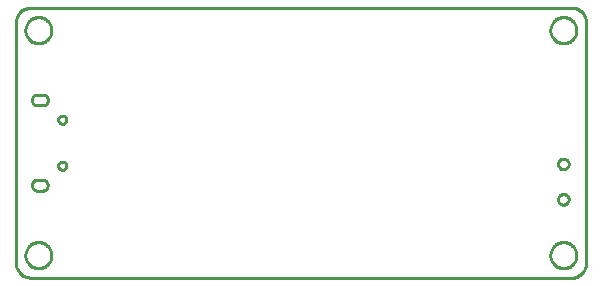
<source format=gbr>
G04 EAGLE Gerber RS-274X export*
G75*
%MOMM*%
%FSLAX34Y34*%
%LPD*%
%IN*%
%IPPOS*%
%AMOC8*
5,1,8,0,0,1.08239X$1,22.5*%
G01*
%ADD10C,0.254000*%


D10*
X0Y12700D02*
X48Y11593D01*
X193Y10495D01*
X433Y9413D01*
X766Y8356D01*
X1190Y7333D01*
X1701Y6350D01*
X2297Y5416D01*
X2971Y4537D01*
X3720Y3720D01*
X4537Y2971D01*
X5416Y2297D01*
X6350Y1701D01*
X7333Y1190D01*
X8356Y766D01*
X9413Y433D01*
X10495Y193D01*
X11593Y48D01*
X12700Y0D01*
X471170Y0D01*
X472219Y101D01*
X473255Y294D01*
X474271Y575D01*
X475258Y945D01*
X476209Y1399D01*
X477117Y1934D01*
X477975Y2546D01*
X478777Y3231D01*
X479515Y3983D01*
X480186Y4796D01*
X480782Y5665D01*
X481301Y6582D01*
X481738Y7542D01*
X482090Y8535D01*
X482353Y9556D01*
X482527Y10595D01*
X482609Y11646D01*
X482600Y12700D01*
X482600Y215900D01*
X482609Y216954D01*
X482527Y218005D01*
X482353Y219044D01*
X482090Y220065D01*
X481738Y221058D01*
X481301Y222018D01*
X480782Y222935D01*
X480186Y223804D01*
X479515Y224617D01*
X478777Y225369D01*
X477975Y226054D01*
X477117Y226666D01*
X476209Y227201D01*
X475258Y227655D01*
X474271Y228025D01*
X473255Y228306D01*
X472219Y228499D01*
X471170Y228600D01*
X12700Y228600D01*
X11593Y228552D01*
X10495Y228407D01*
X9413Y228167D01*
X8356Y227834D01*
X7333Y227410D01*
X6350Y226899D01*
X5416Y226303D01*
X4537Y225629D01*
X3720Y224880D01*
X2971Y224063D01*
X2297Y223184D01*
X1701Y222250D01*
X1190Y221267D01*
X766Y220244D01*
X433Y219187D01*
X193Y218105D01*
X48Y217007D01*
X0Y215900D01*
X0Y12700D01*
X13870Y78300D02*
X13842Y77949D01*
X13844Y77598D01*
X13877Y77248D01*
X13940Y76902D01*
X14033Y76563D01*
X14156Y76233D01*
X14307Y75915D01*
X14484Y75612D01*
X14688Y75325D01*
X14916Y75057D01*
X15166Y74810D01*
X15437Y74586D01*
X15726Y74386D01*
X16032Y74212D01*
X16352Y74066D01*
X16683Y73948D01*
X17023Y73859D01*
X17370Y73800D01*
X23370Y73800D01*
X23717Y73859D01*
X24057Y73948D01*
X24388Y74066D01*
X24708Y74212D01*
X25014Y74386D01*
X25303Y74586D01*
X25574Y74810D01*
X25824Y75057D01*
X26052Y75325D01*
X26256Y75612D01*
X26433Y75915D01*
X26584Y76233D01*
X26707Y76563D01*
X26800Y76902D01*
X26863Y77248D01*
X26896Y77598D01*
X26898Y77949D01*
X26870Y78300D01*
X26898Y78651D01*
X26896Y79002D01*
X26863Y79352D01*
X26800Y79698D01*
X26707Y80037D01*
X26584Y80367D01*
X26433Y80685D01*
X26256Y80988D01*
X26052Y81275D01*
X25824Y81543D01*
X25574Y81790D01*
X25303Y82014D01*
X25014Y82214D01*
X24708Y82388D01*
X24388Y82534D01*
X24057Y82652D01*
X23717Y82741D01*
X23370Y82800D01*
X17370Y82800D01*
X17023Y82741D01*
X16683Y82652D01*
X16352Y82534D01*
X16032Y82388D01*
X15726Y82214D01*
X15437Y82014D01*
X15166Y81790D01*
X14916Y81543D01*
X14688Y81275D01*
X14484Y80988D01*
X14307Y80685D01*
X14156Y80367D01*
X14033Y80037D01*
X13940Y79698D01*
X13877Y79352D01*
X13844Y79002D01*
X13842Y78651D01*
X13870Y78300D01*
X13870Y149300D02*
X13906Y148974D01*
X13970Y148653D01*
X14062Y148338D01*
X14182Y148033D01*
X14327Y147739D01*
X14497Y147459D01*
X14692Y147194D01*
X14908Y146948D01*
X15145Y146722D01*
X15401Y146517D01*
X15674Y146335D01*
X15962Y146177D01*
X16262Y146046D01*
X16572Y145941D01*
X16891Y145863D01*
X17215Y145814D01*
X17542Y145792D01*
X17870Y145800D01*
X23370Y145800D01*
X23675Y145813D01*
X23978Y145853D01*
X24276Y145919D01*
X24567Y146011D01*
X24849Y146128D01*
X25120Y146269D01*
X25378Y146433D01*
X25620Y146619D01*
X25845Y146825D01*
X26051Y147050D01*
X26237Y147292D01*
X26401Y147550D01*
X26542Y147821D01*
X26659Y148103D01*
X26751Y148394D01*
X26817Y148692D01*
X26857Y148995D01*
X26870Y149300D01*
X26870Y151300D01*
X26857Y151605D01*
X26817Y151908D01*
X26751Y152206D01*
X26659Y152497D01*
X26542Y152779D01*
X26401Y153050D01*
X26237Y153308D01*
X26051Y153550D01*
X25845Y153775D01*
X25620Y153981D01*
X25378Y154167D01*
X25120Y154331D01*
X24849Y154472D01*
X24567Y154589D01*
X24276Y154681D01*
X23978Y154747D01*
X23675Y154787D01*
X23370Y154800D01*
X17870Y154800D01*
X17542Y154808D01*
X17215Y154786D01*
X16891Y154737D01*
X16572Y154659D01*
X16262Y154554D01*
X15962Y154423D01*
X15674Y154265D01*
X15401Y154083D01*
X15145Y153878D01*
X14908Y153652D01*
X14692Y153406D01*
X14497Y153142D01*
X14327Y152861D01*
X14182Y152568D01*
X14062Y152262D01*
X13970Y151947D01*
X13906Y151626D01*
X13870Y151300D01*
X13870Y149300D01*
X474550Y18618D02*
X474482Y17756D01*
X474347Y16902D01*
X474145Y16062D01*
X473878Y15240D01*
X473547Y14441D01*
X473155Y13671D01*
X472703Y12934D01*
X472195Y12235D01*
X471634Y11577D01*
X471023Y10966D01*
X470365Y10405D01*
X469666Y9897D01*
X468929Y9445D01*
X468159Y9053D01*
X467360Y8722D01*
X466538Y8455D01*
X465698Y8253D01*
X464844Y8118D01*
X463982Y8050D01*
X463118Y8050D01*
X462256Y8118D01*
X461402Y8253D01*
X460562Y8455D01*
X459740Y8722D01*
X458941Y9053D01*
X458171Y9445D01*
X457434Y9897D01*
X456735Y10405D01*
X456077Y10966D01*
X455466Y11577D01*
X454905Y12235D01*
X454397Y12934D01*
X453945Y13671D01*
X453553Y14441D01*
X453222Y15240D01*
X452955Y16062D01*
X452753Y16902D01*
X452618Y17756D01*
X452550Y18618D01*
X452550Y19482D01*
X452618Y20344D01*
X452753Y21198D01*
X452955Y22038D01*
X453222Y22860D01*
X453553Y23659D01*
X453945Y24429D01*
X454397Y25166D01*
X454905Y25865D01*
X455466Y26523D01*
X456077Y27134D01*
X456735Y27695D01*
X457434Y28203D01*
X458171Y28655D01*
X458941Y29047D01*
X459740Y29378D01*
X460562Y29645D01*
X461402Y29847D01*
X462256Y29982D01*
X463118Y30050D01*
X463982Y30050D01*
X464844Y29982D01*
X465698Y29847D01*
X466538Y29645D01*
X467360Y29378D01*
X468159Y29047D01*
X468929Y28655D01*
X469666Y28203D01*
X470365Y27695D01*
X471023Y27134D01*
X471634Y26523D01*
X472195Y25865D01*
X472703Y25166D01*
X473155Y24429D01*
X473547Y23659D01*
X473878Y22860D01*
X474145Y22038D01*
X474347Y21198D01*
X474482Y20344D01*
X474550Y19482D01*
X474550Y18618D01*
X474550Y209118D02*
X474482Y208256D01*
X474347Y207402D01*
X474145Y206562D01*
X473878Y205740D01*
X473547Y204941D01*
X473155Y204171D01*
X472703Y203434D01*
X472195Y202735D01*
X471634Y202077D01*
X471023Y201466D01*
X470365Y200905D01*
X469666Y200397D01*
X468929Y199945D01*
X468159Y199553D01*
X467360Y199222D01*
X466538Y198955D01*
X465698Y198753D01*
X464844Y198618D01*
X463982Y198550D01*
X463118Y198550D01*
X462256Y198618D01*
X461402Y198753D01*
X460562Y198955D01*
X459740Y199222D01*
X458941Y199553D01*
X458171Y199945D01*
X457434Y200397D01*
X456735Y200905D01*
X456077Y201466D01*
X455466Y202077D01*
X454905Y202735D01*
X454397Y203434D01*
X453945Y204171D01*
X453553Y204941D01*
X453222Y205740D01*
X452955Y206562D01*
X452753Y207402D01*
X452618Y208256D01*
X452550Y209118D01*
X452550Y209982D01*
X452618Y210844D01*
X452753Y211698D01*
X452955Y212538D01*
X453222Y213360D01*
X453553Y214159D01*
X453945Y214929D01*
X454397Y215666D01*
X454905Y216365D01*
X455466Y217023D01*
X456077Y217634D01*
X456735Y218195D01*
X457434Y218703D01*
X458171Y219155D01*
X458941Y219547D01*
X459740Y219878D01*
X460562Y220145D01*
X461402Y220347D01*
X462256Y220482D01*
X463118Y220550D01*
X463982Y220550D01*
X464844Y220482D01*
X465698Y220347D01*
X466538Y220145D01*
X467360Y219878D01*
X468159Y219547D01*
X468929Y219155D01*
X469666Y218703D01*
X470365Y218195D01*
X471023Y217634D01*
X471634Y217023D01*
X472195Y216365D01*
X472703Y215666D01*
X473155Y214929D01*
X473547Y214159D01*
X473878Y213360D01*
X474145Y212538D01*
X474347Y211698D01*
X474482Y210844D01*
X474550Y209982D01*
X474550Y209118D01*
X30050Y18618D02*
X29982Y17756D01*
X29847Y16902D01*
X29645Y16062D01*
X29378Y15240D01*
X29047Y14441D01*
X28655Y13671D01*
X28203Y12934D01*
X27695Y12235D01*
X27134Y11577D01*
X26523Y10966D01*
X25865Y10405D01*
X25166Y9897D01*
X24429Y9445D01*
X23659Y9053D01*
X22860Y8722D01*
X22038Y8455D01*
X21198Y8253D01*
X20344Y8118D01*
X19482Y8050D01*
X18618Y8050D01*
X17756Y8118D01*
X16902Y8253D01*
X16062Y8455D01*
X15240Y8722D01*
X14441Y9053D01*
X13671Y9445D01*
X12934Y9897D01*
X12235Y10405D01*
X11577Y10966D01*
X10966Y11577D01*
X10405Y12235D01*
X9897Y12934D01*
X9445Y13671D01*
X9053Y14441D01*
X8722Y15240D01*
X8455Y16062D01*
X8253Y16902D01*
X8118Y17756D01*
X8050Y18618D01*
X8050Y19482D01*
X8118Y20344D01*
X8253Y21198D01*
X8455Y22038D01*
X8722Y22860D01*
X9053Y23659D01*
X9445Y24429D01*
X9897Y25166D01*
X10405Y25865D01*
X10966Y26523D01*
X11577Y27134D01*
X12235Y27695D01*
X12934Y28203D01*
X13671Y28655D01*
X14441Y29047D01*
X15240Y29378D01*
X16062Y29645D01*
X16902Y29847D01*
X17756Y29982D01*
X18618Y30050D01*
X19482Y30050D01*
X20344Y29982D01*
X21198Y29847D01*
X22038Y29645D01*
X22860Y29378D01*
X23659Y29047D01*
X24429Y28655D01*
X25166Y28203D01*
X25865Y27695D01*
X26523Y27134D01*
X27134Y26523D01*
X27695Y25865D01*
X28203Y25166D01*
X28655Y24429D01*
X29047Y23659D01*
X29378Y22860D01*
X29645Y22038D01*
X29847Y21198D01*
X29982Y20344D01*
X30050Y19482D01*
X30050Y18618D01*
X30050Y209118D02*
X29982Y208256D01*
X29847Y207402D01*
X29645Y206562D01*
X29378Y205740D01*
X29047Y204941D01*
X28655Y204171D01*
X28203Y203434D01*
X27695Y202735D01*
X27134Y202077D01*
X26523Y201466D01*
X25865Y200905D01*
X25166Y200397D01*
X24429Y199945D01*
X23659Y199553D01*
X22860Y199222D01*
X22038Y198955D01*
X21198Y198753D01*
X20344Y198618D01*
X19482Y198550D01*
X18618Y198550D01*
X17756Y198618D01*
X16902Y198753D01*
X16062Y198955D01*
X15240Y199222D01*
X14441Y199553D01*
X13671Y199945D01*
X12934Y200397D01*
X12235Y200905D01*
X11577Y201466D01*
X10966Y202077D01*
X10405Y202735D01*
X9897Y203434D01*
X9445Y204171D01*
X9053Y204941D01*
X8722Y205740D01*
X8455Y206562D01*
X8253Y207402D01*
X8118Y208256D01*
X8050Y209118D01*
X8050Y209982D01*
X8118Y210844D01*
X8253Y211698D01*
X8455Y212538D01*
X8722Y213360D01*
X9053Y214159D01*
X9445Y214929D01*
X9897Y215666D01*
X10405Y216365D01*
X10966Y217023D01*
X11577Y217634D01*
X12235Y218195D01*
X12934Y218703D01*
X13671Y219155D01*
X14441Y219547D01*
X15240Y219878D01*
X16062Y220145D01*
X16902Y220347D01*
X17756Y220482D01*
X18618Y220550D01*
X19482Y220550D01*
X20344Y220482D01*
X21198Y220347D01*
X22038Y220145D01*
X22860Y219878D01*
X23659Y219547D01*
X24429Y219155D01*
X25166Y218703D01*
X25865Y218195D01*
X26523Y217634D01*
X27134Y217023D01*
X27695Y216365D01*
X28203Y215666D01*
X28655Y214929D01*
X29047Y214159D01*
X29378Y213360D01*
X29645Y212538D01*
X29847Y211698D01*
X29982Y210844D01*
X30050Y209982D01*
X30050Y209118D01*
X39141Y130300D02*
X38686Y130360D01*
X38243Y130479D01*
X37819Y130654D01*
X37421Y130884D01*
X37057Y131163D01*
X36733Y131487D01*
X36454Y131851D01*
X36224Y132249D01*
X36049Y132673D01*
X35930Y133116D01*
X35870Y133571D01*
X35870Y134029D01*
X35930Y134484D01*
X36049Y134927D01*
X36224Y135351D01*
X36454Y135749D01*
X36733Y136113D01*
X37057Y136437D01*
X37421Y136716D01*
X37819Y136946D01*
X38243Y137121D01*
X38686Y137240D01*
X39141Y137300D01*
X39599Y137300D01*
X40054Y137240D01*
X40497Y137121D01*
X40921Y136946D01*
X41319Y136716D01*
X41683Y136437D01*
X42007Y136113D01*
X42286Y135749D01*
X42516Y135351D01*
X42691Y134927D01*
X42810Y134484D01*
X42870Y134029D01*
X42870Y133571D01*
X42810Y133116D01*
X42691Y132673D01*
X42516Y132249D01*
X42286Y131851D01*
X42007Y131487D01*
X41683Y131163D01*
X41319Y130884D01*
X40921Y130654D01*
X40497Y130479D01*
X40054Y130360D01*
X39599Y130300D01*
X39141Y130300D01*
X39141Y91300D02*
X38686Y91360D01*
X38243Y91479D01*
X37819Y91654D01*
X37421Y91884D01*
X37057Y92163D01*
X36733Y92487D01*
X36454Y92851D01*
X36224Y93249D01*
X36049Y93673D01*
X35930Y94116D01*
X35870Y94571D01*
X35870Y95029D01*
X35930Y95484D01*
X36049Y95927D01*
X36224Y96351D01*
X36454Y96749D01*
X36733Y97113D01*
X37057Y97437D01*
X37421Y97716D01*
X37819Y97946D01*
X38243Y98121D01*
X38686Y98240D01*
X39141Y98300D01*
X39599Y98300D01*
X40054Y98240D01*
X40497Y98121D01*
X40921Y97946D01*
X41319Y97716D01*
X41683Y97437D01*
X42007Y97113D01*
X42286Y96749D01*
X42516Y96351D01*
X42691Y95927D01*
X42810Y95484D01*
X42870Y95029D01*
X42870Y94571D01*
X42810Y94116D01*
X42691Y93673D01*
X42516Y93249D01*
X42286Y92851D01*
X42007Y92487D01*
X41683Y92163D01*
X41319Y91884D01*
X40921Y91654D01*
X40497Y91479D01*
X40054Y91360D01*
X39599Y91300D01*
X39141Y91300D01*
X463255Y91780D02*
X462670Y91857D01*
X462100Y92010D01*
X461555Y92235D01*
X461045Y92530D01*
X460577Y92889D01*
X460159Y93307D01*
X459800Y93775D01*
X459505Y94285D01*
X459280Y94830D01*
X459127Y95400D01*
X459050Y95985D01*
X459050Y96575D01*
X459127Y97160D01*
X459280Y97730D01*
X459505Y98275D01*
X459800Y98785D01*
X460159Y99253D01*
X460577Y99671D01*
X461045Y100030D01*
X461555Y100325D01*
X462100Y100550D01*
X462670Y100703D01*
X463255Y100780D01*
X463845Y100780D01*
X464430Y100703D01*
X465000Y100550D01*
X465545Y100325D01*
X466055Y100030D01*
X466523Y99671D01*
X466941Y99253D01*
X467300Y98785D01*
X467595Y98275D01*
X467820Y97730D01*
X467973Y97160D01*
X468050Y96575D01*
X468050Y95985D01*
X467973Y95400D01*
X467820Y94830D01*
X467595Y94285D01*
X467300Y93775D01*
X466941Y93307D01*
X466523Y92889D01*
X466055Y92530D01*
X465545Y92235D01*
X465000Y92010D01*
X464430Y91857D01*
X463845Y91780D01*
X463255Y91780D01*
X463255Y61780D02*
X462670Y61857D01*
X462100Y62010D01*
X461555Y62235D01*
X461045Y62530D01*
X460577Y62889D01*
X460159Y63307D01*
X459800Y63775D01*
X459505Y64285D01*
X459280Y64830D01*
X459127Y65400D01*
X459050Y65985D01*
X459050Y66575D01*
X459127Y67160D01*
X459280Y67730D01*
X459505Y68275D01*
X459800Y68785D01*
X460159Y69253D01*
X460577Y69671D01*
X461045Y70030D01*
X461555Y70325D01*
X462100Y70550D01*
X462670Y70703D01*
X463255Y70780D01*
X463845Y70780D01*
X464430Y70703D01*
X465000Y70550D01*
X465545Y70325D01*
X466055Y70030D01*
X466523Y69671D01*
X466941Y69253D01*
X467300Y68785D01*
X467595Y68275D01*
X467820Y67730D01*
X467973Y67160D01*
X468050Y66575D01*
X468050Y65985D01*
X467973Y65400D01*
X467820Y64830D01*
X467595Y64285D01*
X467300Y63775D01*
X466941Y63307D01*
X466523Y62889D01*
X466055Y62530D01*
X465545Y62235D01*
X465000Y62010D01*
X464430Y61857D01*
X463845Y61780D01*
X463255Y61780D01*
M02*

</source>
